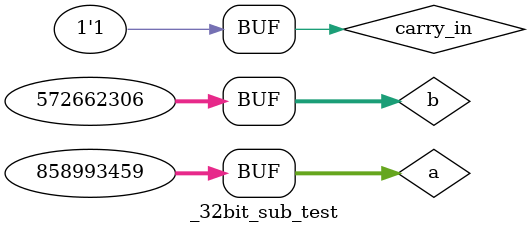
<source format=v>
`define DELAY 20
module _32bit_sub_test;
 // Inputs
 reg [31:0] a,b;
 reg carry_in;
 // Outputs
 wire [31:0] sum;
 wire carry_out;
 _32bit_sub sub32bit (sum[31:0],carry_out,a[31:0],b[31:0],carry_in);

initial begin
a[31:0] = 32'hFFFF_FFFF; b[31:0] = 32'h0000_0000;carry_in = 1'b1;
#`DELAY;	
a[31:0] = 32'h0F0F0F0F; b[31:0] = 32'hF0F0F0F0;carry_in = 1'b1;
#`DELAY;
a[31:0] = 32'hABCD_6789; b[31:0] = 32'h1111_AAAA;carry_in = 1'b1;
#`DELAY;
a[31:0] = 32'h33333333; b[31:0] = 32'h22222222;carry_in = 1'b1;
end
 
 
initial
begin
$monitor("time = %2d, a =%32h, b=%32h, answer=%32h,carry_out=%1b ,carry_in=%1b", $time, a, b, sum,carry_out,carry_in);
end
      
endmodule
</source>
